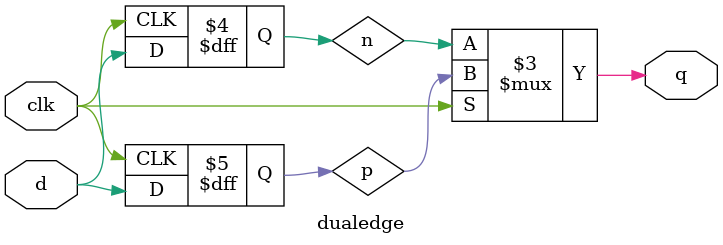
<source format=v>
module dualedge(
	input clk,
	input d,
	output q
);
	// implementing a circuit that behaves like a dual-edge triggered flip-flop
	reg p, n;
	
	// use two flip-flops: one records d at posedge, other at negedge
	always @(posedge clk)
		p <= d;
		
	always @(negedge clk)
		n <= d;
	
	// update q depending on clock edge
	assign q = clk ? p : n;

endmodule	

</source>
